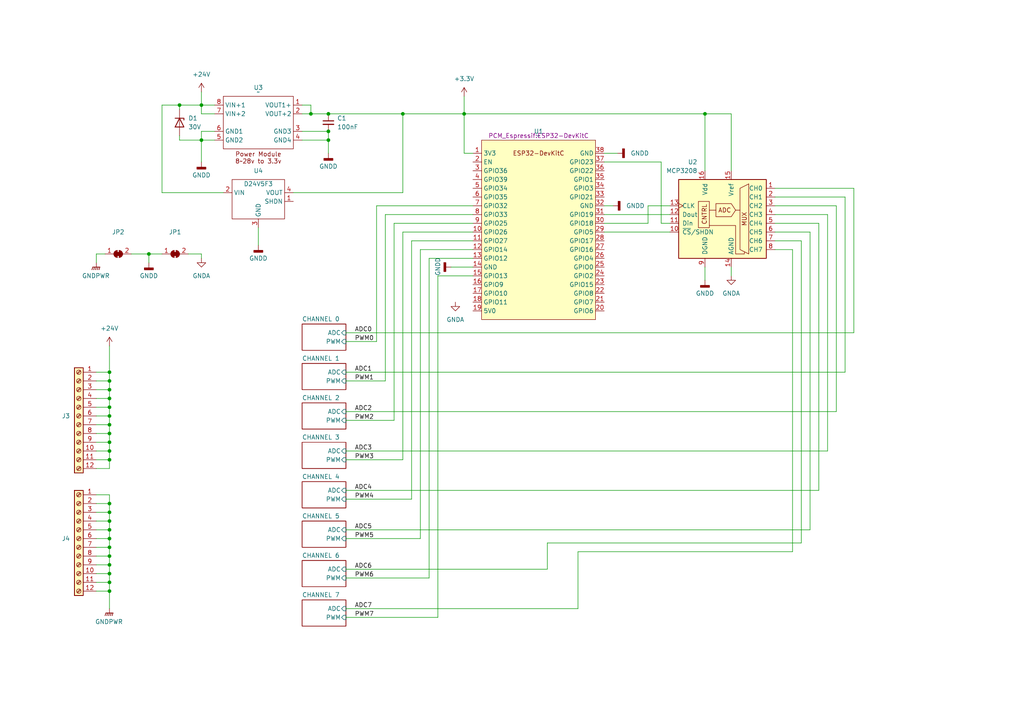
<source format=kicad_sch>
(kicad_sch (version 20230121) (generator eeschema)
  (paper "A4")
  (title_block (rev "1.0.0"))
  (lib_symbols
    (symbol "Analog_ADC:MCP3208" (pin_names (offset 1.016))
      (property "Reference" "U" (at -5.08 13.335 0))
      (property "Value" "MCP3208" (at -5.08 11.43 0))
      (symbol "MCP3208_0_0"
        (text "ADC" (at -0.635 1.27 0) (effects (font (size 1.27 1.27))))
        (text "CNTRL" (at 5.969 -2.921 900) (effects (font (size 1.27 1.27)) (justify left bottom)))
        (text "MUX" (at -6.35 -1.27 900) (effects (font (size 1.27 1.27))))
      )
      (symbol "MCP3208_0_1"
        (polyline (pts (xy -3.81 1.27) (xy -5.08 1.27)))
        (polyline (pts (xy 1.905 1.27) (xy 3.81 1.27)))
        (polyline (pts (xy -7.62 8.89) (xy -7.62 -11.43) (xy -5.08 -10.16) (xy -5.08 7.62) (xy -7.62 8.89)))
        (polyline (pts (xy 3.81 -3.175) (xy -3.81 -3.175) (xy -3.81 -11.43) (xy -6.35 -11.43) (xy -6.35 -10.795)))
        (polyline (pts (xy 1.905 3.175) (xy 1.905 -0.635) (xy -2.54 -0.635) (xy -3.81 1.27) (xy -2.54 3.175) (xy 1.905 3.175)))
        (rectangle (start 3.81 -3.81) (end 6.985 3.81))
        (rectangle (start 12.7 -12.7) (end -12.7 10.16) (stroke (width 0.254)) (fill (type background)))
      )
      (symbol "MCP3208_1_1"
        (pin input line (at -15.24 7.62 0) (length 2.54) (name "CH0") (number "1"))
        (pin input line (at 15.24 -5.08 180) (length 2.54) (name "~{CS}/SHDN") (number "10"))
        (pin input line (at 15.24 -2.54 180) (length 2.54) (name "Din") (number "11"))
        (pin output line (at 15.24 0 180) (length 2.54) (name "Dout") (number "12"))
        (pin input clock (at 15.24 2.54 180) (length 2.54) (name "CLK") (number "13"))
        (pin power_in line (at -2.54 -15.24 90) (length 2.54) (name "AGND") (number "14"))
        (pin power_in line (at -2.54 12.7 270) (length 2.54) (name "Vref") (number "15"))
        (pin power_in line (at 5.08 12.7 270) (length 2.54) (name "Vdd") (number "16"))
        (pin input line (at -15.24 5.08 0) (length 2.54) (name "CH1") (number "2"))
        (pin input line (at -15.24 2.54 0) (length 2.54) (name "CH2") (number "3"))
        (pin input line (at -15.24 0 0) (length 2.54) (name "CH3") (number "4"))
        (pin input line (at -15.24 -2.54 0) (length 2.54) (name "CH4") (number "5"))
        (pin input line (at -15.24 -5.08 0) (length 2.54) (name "CH5") (number "6"))
        (pin input line (at -15.24 -7.62 0) (length 2.54) (name "CH6") (number "7"))
        (pin input line (at -15.24 -10.16 0) (length 2.54) (name "CH7") (number "8"))
        (pin power_in line (at 5.08 -15.24 90) (length 2.54) (name "DGND") (number "9"))
      )
    )
    (symbol "Connector:Screw_Terminal_01x12" (pin_names (offset 1.016) hide)
      (property "Reference" "J" (at 0 15.24 0))
      (property "Value" "Screw_Terminal_01x12" (at 0 -17.78 0))
      (symbol "Screw_Terminal_01x12_1_1"
        (rectangle (start -1.27 13.97) (end 1.27 -16.51) (stroke (width 0.254)) (fill (type background)))
        (circle (center 0 -15.24) (radius 0.635) (stroke (width 0.1524)))
        (circle (center 0 -12.7) (radius 0.635) (stroke (width 0.1524)))
        (circle (center 0 -10.16) (radius 0.635) (stroke (width 0.1524)))
        (circle (center 0 -7.62) (radius 0.635) (stroke (width 0.1524)))
        (circle (center 0 -5.08) (radius 0.635) (stroke (width 0.1524)))
        (circle (center 0 -2.54) (radius 0.635) (stroke (width 0.1524)))
        (polyline (pts (xy -0.5334 -14.9098) (xy 0.3302 -15.748)) (stroke (width 0.1524)))
        (polyline (pts (xy -0.5334 -12.3698) (xy 0.3302 -13.208)) (stroke (width 0.1524)))
        (polyline (pts (xy -0.5334 -9.8298) (xy 0.3302 -10.668)) (stroke (width 0.1524)))
        (polyline (pts (xy -0.5334 -7.2898) (xy 0.3302 -8.128)) (stroke (width 0.1524)))
        (polyline (pts (xy -0.5334 -4.7498) (xy 0.3302 -5.588)) (stroke (width 0.1524)))
        (polyline (pts (xy -0.5334 -2.2098) (xy 0.3302 -3.048)) (stroke (width 0.1524)))
        (polyline (pts (xy -0.5334 0.3302) (xy 0.3302 -0.508)) (stroke (width 0.1524)))
        (polyline (pts (xy -0.5334 2.8702) (xy 0.3302 2.032)) (stroke (width 0.1524)))
        (polyline (pts (xy -0.5334 5.4102) (xy 0.3302 4.572)) (stroke (width 0.1524)))
        (polyline (pts (xy -0.5334 7.9502) (xy 0.3302 7.112)) (stroke (width 0.1524)))
        (polyline (pts (xy -0.5334 10.4902) (xy 0.3302 9.652)) (stroke (width 0.1524)))
        (polyline (pts (xy -0.5334 13.0302) (xy 0.3302 12.192)) (stroke (width 0.1524)))
        (polyline (pts (xy -0.3556 -14.732) (xy 0.508 -15.5702)) (stroke (width 0.1524)))
        (polyline (pts (xy -0.3556 -12.192) (xy 0.508 -13.0302)) (stroke (width 0.1524)))
        (polyline (pts (xy -0.3556 -9.652) (xy 0.508 -10.4902)) (stroke (width 0.1524)))
        (polyline (pts (xy -0.3556 -7.112) (xy 0.508 -7.9502)) (stroke (width 0.1524)))
        (polyline (pts (xy -0.3556 -4.572) (xy 0.508 -5.4102)) (stroke (width 0.1524)))
        (polyline (pts (xy -0.3556 -2.032) (xy 0.508 -2.8702)) (stroke (width 0.1524)))
        (polyline (pts (xy -0.3556 0.508) (xy 0.508 -0.3302)) (stroke (width 0.1524)))
        (polyline (pts (xy -0.3556 3.048) (xy 0.508 2.2098)) (stroke (width 0.1524)))
        (polyline (pts (xy -0.3556 5.588) (xy 0.508 4.7498)) (stroke (width 0.1524)))
        (polyline (pts (xy -0.3556 8.128) (xy 0.508 7.2898)) (stroke (width 0.1524)))
        (polyline (pts (xy -0.3556 10.668) (xy 0.508 9.8298)) (stroke (width 0.1524)))
        (polyline (pts (xy -0.3556 13.208) (xy 0.508 12.3698)) (stroke (width 0.1524)))
        (circle (center 0 0) (radius 0.635) (stroke (width 0.1524)))
        (circle (center 0 2.54) (radius 0.635) (stroke (width 0.1524)))
        (circle (center 0 5.08) (radius 0.635) (stroke (width 0.1524)))
        (circle (center 0 7.62) (radius 0.635) (stroke (width 0.1524)))
        (circle (center 0 10.16) (radius 0.635) (stroke (width 0.1524)))
        (circle (center 0 12.7) (radius 0.635) (stroke (width 0.1524)))
        (pin passive line (at -5.08 12.7 0) (length 3.81) (name "Pin_1") (number "1"))
        (pin passive line (at -5.08 -10.16 0) (length 3.81) (name "Pin_10") (number "10"))
        (pin passive line (at -5.08 -12.7 0) (length 3.81) (name "Pin_11") (number "11"))
        (pin passive line (at -5.08 -15.24 0) (length 3.81) (name "Pin_12") (number "12"))
        (pin passive line (at -5.08 10.16 0) (length 3.81) (name "Pin_2") (number "2"))
        (pin passive line (at -5.08 7.62 0) (length 3.81) (name "Pin_3") (number "3"))
        (pin passive line (at -5.08 5.08 0) (length 3.81) (name "Pin_4") (number "4"))
        (pin passive line (at -5.08 2.54 0) (length 3.81) (name "Pin_5") (number "5"))
        (pin passive line (at -5.08 0 0) (length 3.81) (name "Pin_6") (number "6"))
        (pin passive line (at -5.08 -2.54 0) (length 3.81) (name "Pin_7") (number "7"))
        (pin passive line (at -5.08 -5.08 0) (length 3.81) (name "Pin_8") (number "8"))
        (pin passive line (at -5.08 -7.62 0) (length 3.81) (name "Pin_9") (number "9"))
      )
    )
    (symbol "Device:C_Small" (pin_numbers hide) (pin_names (offset 0.254) hide)
      (property "Reference" "C" (at 0.254 1.778 0))
      (property "Value" "C_Small" (at 0.254 -2.032 0))
      (symbol "C_Small_0_1"
        (polyline (pts (xy -1.524 -0.508) (xy 1.524 -0.508)) (stroke (width 0.3302)))
        (polyline (pts (xy -1.524 0.508) (xy 1.524 0.508)) (stroke (width 0.3048)))
      )
      (symbol "C_Small_1_1"
        (pin passive line (at 0 2.54 270) (length 2.032) (name "~") (number "1"))
        (pin passive line (at 0 -2.54 90) (length 2.032) (name "~") (number "2"))
      )
    )
    (symbol "Diode:ZPDxx" (pin_numbers hide) (pin_names hide)
      (property "Reference" "D" (at 0 2.54 0))
      (property "Value" "ZPDxx" (at 0 -2.54 0))
      (symbol "ZPDxx_0_1"
        (polyline (pts (xy 1.27 0) (xy -1.27 0)))
        (polyline (pts (xy -1.27 -1.27) (xy -1.27 1.27) (xy -0.762 1.27)) (stroke (width 0.254)))
        (polyline (pts (xy 1.27 -1.27) (xy 1.27 1.27) (xy -1.27 0) (xy 1.27 -1.27)) (stroke (width 0.254)))
      )
      (symbol "ZPDxx_1_1"
        (pin passive line (at -3.81 0 0) (length 2.54) (name "K") (number "1"))
        (pin passive line (at 3.81 0 180) (length 2.54) (name "A") (number "2"))
      )
    )
    (symbol "Jumper:SolderJumper_2_Bridged" (pin_names (offset 0) hide)
      (property "Reference" "JP" (at 0 2.032 0))
      (property "Value" "SolderJumper_2_Bridged" (at 0 -2.54 0))
      (symbol "SolderJumper_2_Bridged_0_1"
        (rectangle (start -0.508 0.508) (end 0.508 -0.508) (fill (type outline)))
        (arc (start -0.254 1.016) (mid -1.2656 0) (end -0.254 -1.016))
        (arc (start -0.254 1.016) (mid -1.2656 0) (end -0.254 -1.016) (fill (type outline)))
        (polyline (pts (xy -0.254 1.016) (xy -0.254 -1.016)))
        (polyline (pts (xy 0.254 1.016) (xy 0.254 -1.016)))
        (arc (start 0.254 -1.016) (mid 1.2656 0) (end 0.254 1.016))
        (arc (start 0.254 -1.016) (mid 1.2656 0) (end 0.254 1.016) (fill (type outline)))
      )
      (symbol "SolderJumper_2_Bridged_1_1"
        (pin passive line (at -3.81 0 0) (length 2.54) (name "A") (number "1"))
        (pin passive line (at 3.81 0 180) (length 2.54) (name "B") (number "2"))
      )
    )
    (symbol "gnarboard:DF24V5Fx"
      (property "Reference" "U" (at 0 3.81 0))
      (symbol "DF24V5Fx_0_1"
        (rectangle (start -7.62 5.08) (end 7.62 -6.35))
      )
      (symbol "DF24V5Fx_1_1"
        (pin power_out line (at 10.16 -1.27 180) (length 2.54) (name "SHDN") (number "1"))
        (pin power_in line (at -10.16 1.27 0) (length 2.54) (name "VIN") (number "2"))
        (pin power_in line (at 0 -8.89 90) (length 2.54) (name "GND") (number "3"))
        (pin power_out line (at 10.16 1.27 180) (length 2.54) (name "VOUT") (number "4"))
      )
    )
    (symbol "gnarboard:DFR0571"
      (property "Reference" "U" (at 0 12.7 0))
      (symbol "DFR0571_0_1"
        (rectangle (start -10.16 7.62) (end 10.16 -7.62))
      )
      (symbol "DFR0571_1_1"
        (text "Power Module\n8~28v to 3.3v" (at 0 -10.16 0) (effects (font (size 1.27 1.27))))
        (pin power_out line (at 12.7 5.08 180) (length 2.54) (name "VOUT1+") (number "1"))
        (pin power_out line (at 12.7 2.54 180) (length 2.54) (name "VOUT+2") (number "2"))
        (pin power_out line (at 12.7 -2.54 180) (length 2.54) (name "GND3") (number "3"))
        (pin power_out line (at 12.7 -5.08 180) (length 2.54) (name "GND4") (number "4"))
        (pin power_in line (at -12.7 -5.08 0) (length 2.54) (name "GND2") (number "5"))
        (pin power_in line (at -12.7 -2.54 0) (length 2.54) (name "GND1") (number "6"))
        (pin power_in line (at -12.7 2.54 0) (length 2.54) (name "VIN+2") (number "7"))
        (pin power_in line (at -12.7 5.08 0) (length 2.54) (name "VIN+1") (number "8"))
      )
    )
    (symbol "gnarboard:ESP32_DevKit_C"
      (property "Reference" "U" (at 0 29.21 0))
      (symbol "ESP32_DevKit_C_1_1"
        (rectangle (start -16.51 25.4) (end 16.51 -26.67) (fill (type background)))
        (text "ESP32-DevKitC" (at 0 21.59 0) (effects (font (size 1.27 1.27))))
        (pin input line (at -19.05 21.59 0) (length 2.54) (name "3V3") (number "1"))
        (pin input line (at -19.05 -1.27 0) (length 2.54) (name "GPIO26") (number "10"))
        (pin input line (at -19.05 -3.81 0) (length 2.54) (name "GPIO27") (number "11"))
        (pin input line (at -19.05 -6.35 0) (length 2.54) (name "GPIO14") (number "12"))
        (pin input line (at -19.05 -8.89 0) (length 2.54) (name "GPIO12") (number "13"))
        (pin input line (at -19.05 -11.43 0) (length 2.54) (name "GND") (number "14"))
        (pin input line (at -19.05 -13.97 0) (length 2.54) (name "GPIO13") (number "15"))
        (pin input line (at -19.05 -16.51 0) (length 2.54) (name "GPIO9") (number "16"))
        (pin input line (at -19.05 -19.05 0) (length 2.54) (name "GPIO10") (number "17"))
        (pin input line (at -19.05 -21.59 0) (length 2.54) (name "GPIO11") (number "18"))
        (pin input line (at -19.05 -24.13 0) (length 2.54) (name "5V0") (number "19"))
        (pin input line (at -19.05 19.05 0) (length 2.54) (name "EN") (number "2"))
        (pin input line (at 19.05 -24.13 180) (length 2.54) (name "GPIO6") (number "20"))
        (pin input line (at 19.05 -21.59 180) (length 2.54) (name "GPIO7") (number "21"))
        (pin input line (at 19.05 -19.05 180) (length 2.54) (name "GPIO8") (number "22"))
        (pin input line (at 19.05 -16.51 180) (length 2.54) (name "GPIO15") (number "23"))
        (pin input line (at 19.05 -13.97 180) (length 2.54) (name "GPIO2") (number "24"))
        (pin input line (at 19.05 -11.43 180) (length 2.54) (name "GPIO0") (number "25"))
        (pin input line (at 19.05 -8.89 180) (length 2.54) (name "GPIO4") (number "26"))
        (pin input line (at 19.05 -6.35 180) (length 2.54) (name "GPIO16") (number "27"))
        (pin input line (at 19.05 -3.81 180) (length 2.54) (name "GPIO17") (number "28"))
        (pin input line (at 19.05 -1.27 180) (length 2.54) (name "GPIO5") (number "29"))
        (pin input line (at -19.05 16.51 0) (length 2.54) (name "GPIO36") (number "3"))
        (pin input line (at 19.05 1.27 180) (length 2.54) (name "GPIO18") (number "30"))
        (pin input line (at 19.05 3.81 180) (length 2.54) (name "GPIO19") (number "31"))
        (pin input line (at 19.05 6.35 180) (length 2.54) (name "GND") (number "32"))
        (pin input line (at 19.05 8.89 180) (length 2.54) (name "GPIO21") (number "33"))
        (pin input line (at 19.05 11.43 180) (length 2.54) (name "GPIO3") (number "34"))
        (pin input line (at 19.05 13.97 180) (length 2.54) (name "GPIO1") (number "35"))
        (pin input line (at 19.05 16.51 180) (length 2.54) (name "GPIO22") (number "36"))
        (pin input line (at 19.05 19.05 180) (length 2.54) (name "GPIO23") (number "37"))
        (pin input line (at 19.05 21.59 180) (length 2.54) (name "GND") (number "38"))
        (pin input line (at -19.05 13.97 0) (length 2.54) (name "GPIO39") (number "4"))
        (pin input line (at -19.05 11.43 0) (length 2.54) (name "GPIO34") (number "5"))
        (pin input line (at -19.05 8.89 0) (length 2.54) (name "GPIO35") (number "6"))
        (pin input line (at -19.05 6.35 0) (length 2.54) (name "GPIO32") (number "7"))
        (pin input line (at -19.05 3.81 0) (length 2.54) (name "GPIO33") (number "8"))
        (pin input line (at -19.05 1.27 0) (length 2.54) (name "GPIO25") (number "9"))
      )
    )
    (symbol "power:+24V" (power) (pin_names (offset 0))
      (property "Value" "+24V" (at 0 3.556 0))
      (symbol "+24V_0_1"
        (polyline (pts (xy -0.762 1.27) (xy 0 2.54)))
        (polyline (pts (xy 0 0) (xy 0 2.54)))
        (polyline (pts (xy 0 2.54) (xy 0.762 1.27)))
      )
      (symbol "+24V_1_1"
        (pin power_in line (at 0 0 90) (length 0) hide (name "+24V") (number "1"))
      )
    )
    (symbol "power:+3.3V" (power) (pin_names (offset 0))
      (property "Value" "+3.3V" (at 0 3.556 0))
      (symbol "+3.3V_0_1"
        (polyline (pts (xy -0.762 1.27) (xy 0 2.54)))
        (polyline (pts (xy 0 0) (xy 0 2.54)))
        (polyline (pts (xy 0 2.54) (xy 0.762 1.27)))
      )
      (symbol "+3.3V_1_1"
        (pin power_in line (at 0 0 90) (length 0) hide (name "+3.3V") (number "1"))
      )
    )
    (symbol "power:GNDA" (power) (pin_names (offset 0))
      (property "Value" "GNDA" (at 0 -3.81 0))
      (symbol "GNDA_0_1"
        (polyline (pts (xy 0 0) (xy 0 -1.27) (xy 1.27 -1.27) (xy 0 -2.54) (xy -1.27 -1.27) (xy 0 -1.27)))
      )
      (symbol "GNDA_1_1"
        (pin power_in line (at 0 0 270) (length 0) hide (name "GNDA") (number "1"))
      )
    )
    (symbol "power:GNDD" (power) (pin_names (offset 0))
      (property "Value" "GNDD" (at 0 -3.175 0))
      (symbol "GNDD_0_1"
        (rectangle (start -1.27 -1.524) (end 1.27 -2.032) (stroke (width 0.254)) (fill (type outline)))
        (polyline (pts (xy 0 0) (xy 0 -1.524)))
      )
      (symbol "GNDD_1_1"
        (pin power_in line (at 0 0 270) (length 0) hide (name "GNDD") (number "1"))
      )
    )
    (symbol "power:GNDPWR" (power) (pin_names (offset 0))
      (property "Value" "GNDPWR" (at 0 -3.302 0))
      (symbol "GNDPWR_0_1"
        (polyline (pts (xy 0 -1.27) (xy 0 0)))
        (polyline (pts (xy -1.016 -1.27) (xy -1.27 -2.032) (xy -1.27 -2.032)) (stroke (width 0.2032)))
        (polyline (pts (xy -0.508 -1.27) (xy -0.762 -2.032) (xy -0.762 -2.032)) (stroke (width 0.2032)))
        (polyline (pts (xy 0 -1.27) (xy -0.254 -2.032) (xy -0.254 -2.032)) (stroke (width 0.2032)))
        (polyline (pts (xy 0.508 -1.27) (xy 0.254 -2.032) (xy 0.254 -2.032)) (stroke (width 0.2032)))
        (polyline (pts (xy 1.016 -1.27) (xy -1.016 -1.27) (xy -1.016 -1.27)) (stroke (width 0.2032)))
        (polyline (pts (xy 1.016 -1.27) (xy 0.762 -2.032) (xy 0.762 -2.032) (xy 0.762 -2.032)) (stroke (width 0.2032)))
      )
      (symbol "GNDPWR_1_1"
        (pin power_in line (at 0 0 270) (length 0) hide (name "GNDPWR") (number "1"))
      )
    )
  )
  (junction (at 90.17 33.02))
  (junction (at 31.75 151.13))
  (junction (at 31.75 125.73))
  (junction (at 31.75 113.03))
  (junction (at 31.75 146.05))
  (junction (at 134.62 33.02))
  (junction (at 31.75 115.57))
  (junction (at 31.75 171.45))
  (junction (at 31.75 156.21))
  (junction (at 52.07 30.48))
  (junction (at 95.25 33.02))
  (junction (at 31.75 153.67))
  (junction (at 31.75 128.27))
  (junction (at 58.42 40.64))
  (junction (at 31.75 123.19))
  (junction (at 95.25 38.1))
  (junction (at 31.75 118.11))
  (junction (at 43.18 73.66))
  (junction (at 95.25 40.64))
  (junction (at 31.75 107.95))
  (junction (at 31.75 133.35))
  (junction (at 116.84 33.02))
  (junction (at 31.75 168.91))
  (junction (at 58.42 30.48))
  (junction (at 31.75 110.49))
  (junction (at 31.75 163.83))
  (junction (at 31.75 158.75))
  (junction (at 31.75 161.29))
  (junction (at 31.75 120.65))
  (junction (at 204.47 33.02))
  (junction (at 31.75 130.81))
  (junction (at 31.75 166.37))
  (junction (at 31.75 148.59))
  (wire (pts (xy 52.07 30.48) (xy 52.07 31.75)))
  (wire (pts (xy 175.26 67.31) (xy 194.31 67.31)))
  (wire (pts (xy 204.47 77.47) (xy 204.47 81.28)))
  (wire (pts (xy 119.38 69.85) (xy 137.16 69.85)))
  (wire (pts (xy 27.94 115.57) (xy 31.75 115.57)))
  (wire (pts (xy 58.42 26.67) (xy 58.42 30.48)))
  (wire (pts (xy 27.94 118.11) (xy 31.75 118.11)))
  (wire (pts (xy 224.79 72.39) (xy 229.87 72.39)))
  (wire (pts (xy 234.95 67.31) (xy 234.95 153.67)))
  (wire (pts (xy 27.94 146.05) (xy 31.75 146.05)))
  (wire (pts (xy 31.75 123.19) (xy 31.75 125.73)))
  (wire (pts (xy 158.75 157.48) (xy 232.41 157.48)))
  (wire (pts (xy 237.49 142.24) (xy 237.49 64.77)))
  (wire (pts (xy 242.57 119.38) (xy 242.57 59.69)))
  (wire (pts (xy 58.42 30.48) (xy 52.07 30.48)))
  (wire (pts (xy 95.25 40.64) (xy 95.25 44.45)))
  (wire (pts (xy 191.77 46.99) (xy 191.77 64.77)))
  (wire (pts (xy 224.79 69.85) (xy 232.41 69.85)))
  (wire (pts (xy 121.92 72.39) (xy 121.92 156.21)))
  (wire (pts (xy 229.87 160.02) (xy 167.64 160.02)))
  (wire (pts (xy 175.26 59.69) (xy 177.8 59.69)))
  (wire (pts (xy 158.75 165.1) (xy 158.75 157.48)))
  (wire (pts (xy 31.75 171.45) (xy 31.75 176.53)))
  (wire (pts (xy 31.75 161.29) (xy 31.75 158.75)))
  (wire (pts (xy 58.42 40.64) (xy 58.42 46.99)))
  (wire (pts (xy 240.03 130.81) (xy 100.33 130.81)))
  (wire (pts (xy 167.64 160.02) (xy 167.64 176.53)))
  (wire (pts (xy 127 179.07) (xy 100.33 179.07)))
  (wire (pts (xy 27.94 133.35) (xy 31.75 133.35)))
  (wire (pts (xy 31.75 161.29) (xy 31.75 163.83)))
  (wire (pts (xy 31.75 135.89) (xy 27.94 135.89)))
  (wire (pts (xy 62.23 38.1) (xy 58.42 38.1)))
  (wire (pts (xy 100.33 119.38) (xy 242.57 119.38)))
  (wire (pts (xy 229.87 72.39) (xy 229.87 160.02)))
  (wire (pts (xy 58.42 73.66) (xy 54.61 73.66)))
  (wire (pts (xy 27.94 156.21) (xy 31.75 156.21)))
  (wire (pts (xy 175.26 64.77) (xy 187.96 64.77)))
  (wire (pts (xy 119.38 144.78) (xy 100.33 144.78)))
  (wire (pts (xy 111.76 62.23) (xy 137.16 62.23)))
  (wire (pts (xy 167.64 176.53) (xy 100.33 176.53)))
  (wire (pts (xy 124.46 74.93) (xy 137.16 74.93)))
  (wire (pts (xy 31.75 166.37) (xy 31.75 168.91)))
  (wire (pts (xy 187.96 64.77) (xy 187.96 59.69)))
  (wire (pts (xy 90.17 33.02) (xy 95.25 33.02)))
  (wire (pts (xy 87.63 33.02) (xy 90.17 33.02)))
  (wire (pts (xy 175.26 44.45) (xy 179.07 44.45)))
  (wire (pts (xy 27.94 163.83) (xy 31.75 163.83)))
  (wire (pts (xy 31.75 110.49) (xy 31.75 113.03)))
  (wire (pts (xy 27.94 123.19) (xy 31.75 123.19)))
  (wire (pts (xy 27.94 130.81) (xy 31.75 130.81)))
  (wire (pts (xy 27.94 151.13) (xy 31.75 151.13)))
  (wire (pts (xy 31.75 133.35) (xy 31.75 135.89)))
  (wire (pts (xy 245.11 107.95) (xy 100.33 107.95)))
  (wire (pts (xy 100.33 142.24) (xy 237.49 142.24)))
  (wire (pts (xy 31.75 130.81) (xy 31.75 133.35)))
  (wire (pts (xy 116.84 133.35) (xy 100.33 133.35)))
  (wire (pts (xy 212.09 33.02) (xy 204.47 33.02)))
  (wire (pts (xy 224.79 64.77) (xy 237.49 64.77)))
  (wire (pts (xy 114.3 64.77) (xy 137.16 64.77)))
  (wire (pts (xy 204.47 49.53) (xy 204.47 33.02)))
  (wire (pts (xy 64.77 55.88) (xy 46.99 55.88)))
  (wire (pts (xy 38.1 73.66) (xy 43.18 73.66)))
  (wire (pts (xy 109.22 59.69) (xy 137.16 59.69)))
  (wire (pts (xy 62.23 40.64) (xy 58.42 40.64)))
  (wire (pts (xy 212.09 49.53) (xy 212.09 33.02)))
  (wire (pts (xy 175.26 62.23) (xy 194.31 62.23)))
  (wire (pts (xy 46.99 73.66) (xy 43.18 73.66)))
  (wire (pts (xy 134.62 44.45) (xy 137.16 44.45)))
  (wire (pts (xy 31.75 113.03) (xy 31.75 115.57)))
  (wire (pts (xy 30.48 73.66) (xy 27.94 73.66)))
  (wire (pts (xy 175.26 46.99) (xy 191.77 46.99)))
  (wire (pts (xy 31.75 153.67) (xy 31.75 151.13)))
  (wire (pts (xy 127 80.01) (xy 137.16 80.01)))
  (wire (pts (xy 234.95 153.67) (xy 100.33 153.67)))
  (wire (pts (xy 100.33 96.52) (xy 247.65 96.52)))
  (wire (pts (xy 58.42 74.93) (xy 58.42 73.66)))
  (wire (pts (xy 27.94 166.37) (xy 31.75 166.37)))
  (wire (pts (xy 130.81 77.47) (xy 137.16 77.47)))
  (wire (pts (xy 31.75 156.21) (xy 31.75 153.67)))
  (wire (pts (xy 100.33 165.1) (xy 158.75 165.1)))
  (wire (pts (xy 95.25 38.1) (xy 95.25 40.64)))
  (wire (pts (xy 31.75 143.51) (xy 27.94 143.51)))
  (wire (pts (xy 27.94 171.45) (xy 31.75 171.45)))
  (wire (pts (xy 62.23 30.48) (xy 58.42 30.48)))
  (wire (pts (xy 58.42 40.64) (xy 52.07 40.64)))
  (wire (pts (xy 114.3 121.92) (xy 100.33 121.92)))
  (wire (pts (xy 27.94 158.75) (xy 31.75 158.75)))
  (wire (pts (xy 116.84 33.02) (xy 134.62 33.02)))
  (wire (pts (xy 127 80.01) (xy 127 179.07)))
  (wire (pts (xy 245.11 57.15) (xy 245.11 107.95)))
  (wire (pts (xy 31.75 120.65) (xy 31.75 123.19)))
  (wire (pts (xy 46.99 30.48) (xy 52.07 30.48)))
  (wire (pts (xy 87.63 40.64) (xy 95.25 40.64)))
  (wire (pts (xy 232.41 157.48) (xy 232.41 69.85)))
  (wire (pts (xy 58.42 33.02) (xy 58.42 30.48)))
  (wire (pts (xy 204.47 33.02) (xy 134.62 33.02)))
  (wire (pts (xy 85.09 55.88) (xy 116.84 55.88)))
  (wire (pts (xy 27.94 168.91) (xy 31.75 168.91)))
  (wire (pts (xy 116.84 67.31) (xy 116.84 133.35)))
  (wire (pts (xy 224.79 67.31) (xy 234.95 67.31)))
  (wire (pts (xy 52.07 40.64) (xy 52.07 39.37)))
  (wire (pts (xy 212.09 77.47) (xy 212.09 80.01)))
  (wire (pts (xy 27.94 73.66) (xy 27.94 76.2)))
  (wire (pts (xy 31.75 107.95) (xy 31.75 110.49)))
  (wire (pts (xy 121.92 72.39) (xy 137.16 72.39)))
  (wire (pts (xy 27.94 113.03) (xy 31.75 113.03)))
  (wire (pts (xy 31.75 148.59) (xy 31.75 146.05)))
  (wire (pts (xy 27.94 161.29) (xy 31.75 161.29)))
  (wire (pts (xy 111.76 62.23) (xy 111.76 110.49)))
  (wire (pts (xy 87.63 38.1) (xy 95.25 38.1)))
  (wire (pts (xy 134.62 44.45) (xy 134.62 33.02)))
  (wire (pts (xy 114.3 64.77) (xy 114.3 121.92)))
  (wire (pts (xy 224.79 62.23) (xy 240.03 62.23)))
  (wire (pts (xy 119.38 69.85) (xy 119.38 144.78)))
  (wire (pts (xy 27.94 107.95) (xy 31.75 107.95)))
  (wire (pts (xy 31.75 100.33) (xy 31.75 107.95)))
  (wire (pts (xy 31.75 146.05) (xy 31.75 143.51)))
  (wire (pts (xy 27.94 148.59) (xy 31.75 148.59)))
  (wire (pts (xy 191.77 64.77) (xy 194.31 64.77)))
  (wire (pts (xy 27.94 120.65) (xy 31.75 120.65)))
  (wire (pts (xy 109.22 59.69) (xy 109.22 99.06)))
  (wire (pts (xy 27.94 125.73) (xy 31.75 125.73)))
  (wire (pts (xy 124.46 167.64) (xy 100.33 167.64)))
  (wire (pts (xy 187.96 59.69) (xy 194.31 59.69)))
  (wire (pts (xy 31.75 163.83) (xy 31.75 166.37)))
  (wire (pts (xy 62.23 33.02) (xy 58.42 33.02)))
  (wire (pts (xy 124.46 74.93) (xy 124.46 167.64)))
  (wire (pts (xy 74.93 66.04) (xy 74.93 71.12)))
  (wire (pts (xy 95.25 33.02) (xy 116.84 33.02)))
  (wire (pts (xy 224.79 57.15) (xy 245.11 57.15)))
  (wire (pts (xy 100.33 110.49) (xy 111.76 110.49)))
  (wire (pts (xy 31.75 115.57) (xy 31.75 118.11)))
  (wire (pts (xy 121.92 156.21) (xy 100.33 156.21)))
  (wire (pts (xy 27.94 110.49) (xy 31.75 110.49)))
  (wire (pts (xy 247.65 96.52) (xy 247.65 54.61)))
  (wire (pts (xy 116.84 67.31) (xy 137.16 67.31)))
  (wire (pts (xy 58.42 38.1) (xy 58.42 40.64)))
  (wire (pts (xy 31.75 125.73) (xy 31.75 128.27)))
  (wire (pts (xy 90.17 30.48) (xy 90.17 33.02)))
  (wire (pts (xy 31.75 151.13) (xy 31.75 148.59)))
  (wire (pts (xy 224.79 59.69) (xy 242.57 59.69)))
  (wire (pts (xy 134.62 27.94) (xy 134.62 33.02)))
  (wire (pts (xy 31.75 158.75) (xy 31.75 156.21)))
  (wire (pts (xy 109.22 99.06) (xy 100.33 99.06)))
  (wire (pts (xy 43.18 73.66) (xy 43.18 76.2)))
  (wire (pts (xy 87.63 30.48) (xy 90.17 30.48)))
  (wire (pts (xy 240.03 62.23) (xy 240.03 130.81)))
  (wire (pts (xy 31.75 128.27) (xy 31.75 130.81)))
  (wire (pts (xy 27.94 128.27) (xy 31.75 128.27)))
  (wire (pts (xy 46.99 55.88) (xy 46.99 30.48)))
  (wire (pts (xy 224.79 54.61) (xy 247.65 54.61)))
  (wire (pts (xy 27.94 153.67) (xy 31.75 153.67)))
  (wire (pts (xy 116.84 55.88) (xy 116.84 33.02)))
  (wire (pts (xy 31.75 168.91) (xy 31.75 171.45)))
  (wire (pts (xy 31.75 118.11) (xy 31.75 120.65)))
  (label "PWM0" (at 102.87 99.06 0))
  (label "PWM7" (at 102.87 179.07 0))
  (label "PWM4" (at 102.87 144.78 0))
  (label "PWM1" (at 102.87 110.49 0))
  (label "PWM3" (at 102.87 133.35 0))
  (label "PWM6" (at 102.87 167.64 0))
  (label "ADC3" (at 102.87 130.81 0))
  (label "ADC2" (at 102.87 119.38 0))
  (label "ADC0" (at 102.87 96.52 0))
  (label "PWM5" (at 102.87 156.21 0))
  (label "ADC6" (at 102.87 165.1 0))
  (label "ADC4" (at 102.87 142.24 0))
  (label "PWM2" (at 102.87 121.92 0))
  (label "ADC1" (at 102.87 107.95 0))
  (label "ADC5" (at 102.87 153.67 0))
  (label "ADC7" (at 102.87 176.53 0))
  (symbol (lib_id "power:GNDD") (at 204.47 81.28 0) (unit 1)
    (property "Reference" "#PWR06" (effects hide))
    (property "Value" "GNDD" (at 204.47 85.09 0))
  )
  (symbol (lib_id "power:GNDA") (at 132.08 87.63 0) (unit 1)
    (property "Reference" "#PWR054" (effects hide))
    (property "Value" "GNDA" (at 132.08 92.71 0))
  )
  (symbol (lib_id "power:GNDD") (at 177.8 59.69 90) (unit 1)
    (property "Reference" "#PWR05" (effects hide))
    (property "Value" "GNDD" (at 181.61 59.69 90) (effects (justify right)))
  )
  (symbol (lib_id "Jumper:SolderJumper_2_Bridged") (at 34.29 73.66 0) (unit 1)
    (property "Reference" "JP2" (at 34.29 67.31 0))
    (property "Value" "SolderJumper_2_Bridged" (effects hide))
    (property "Footprint" "Jumper:SolderJumper-2_P1.3mm_Bridged_RoundedPad1.0x1.5mm" (effects hide))
  )
  (symbol (lib_id "Device:C_Small") (at 95.25 35.56 0) (unit 1)
    (property "Reference" "C1" (at 97.79 34.2963 0) (effects (justify left)))
    (property "Value" "100nF" (at 97.79 36.8363 0) (effects (justify left)))
    (property "Footprint" "Capacitor_SMD:C_0805_2012Metric_Pad1.18x1.45mm_HandSolder" (effects hide))
  )
  (symbol (lib_id "Analog_ADC:MCP3208") (at 209.55 62.23 0) (mirror y) (unit 1)
    (property "Reference" "U2" (at 202.2759 46.99 0) (effects (justify left)))
    (property "Value" "MCP3208" (at 202.2759 49.53 0) (effects (justify left)))
    (property "Footprint" "Package_SO:SOIC-16_3.9x9.9mm_P1.27mm" (effects hide))
    (property "Datasheet" "http://ww1.microchip.com/downloads/en/DeviceDoc/21298c.pdf" (effects hide))
  )
  (symbol (lib_id "power:GNDPWR") (at 27.94 76.2 0) (unit 1)
    (property "Reference" "#PWR056" (effects hide))
    (property "Value" "GNDPWR" (at 27.813 80.01 0))
  )
  (symbol (lib_id "power:+24V") (at 31.75 100.33 0) (unit 1)
    (property "Reference" "#PWR017" (effects hide))
    (property "Value" "+24V" (at 31.75 95.25 0))
  )
  (symbol (lib_id "power:GNDPWR") (at 31.75 176.53 0) (unit 1)
    (property "Reference" "#PWR016" (effects hide))
    (property "Value" "GNDPWR" (at 31.623 180.34 0))
  )
  (symbol (lib_id "power:GNDA") (at 212.09 80.01 0) (unit 1)
    (property "Reference" "#PWR07" (effects hide))
    (property "Value" "GNDA" (at 212.09 85.09 0))
  )
  (symbol (lib_id "power:GNDD") (at 74.93 71.12 0) (unit 1)
    (property "Reference" "#PWR010" (effects hide))
    (property "Value" "GNDD" (at 74.93 74.93 0))
  )
  (symbol (lib_id "Diode:ZPDxx") (at 52.07 35.56 270) (unit 1)
    (property "Reference" "D1" (at 54.61 34.29 90) (effects (justify left)))
    (property "Value" "30V" (at 54.61 36.83 90) (effects (justify left)))
    (property "Footprint" "Diode_SMD:D_SOD-123" (effects hide))
    (property "Datasheet" "http://diotec.com/tl_files/diotec/files/pdf/datasheets/zpd1" (effects hide))
  )
  (symbol (lib_id "power:+24V") (at 58.42 26.67 0) (unit 1)
    (property "Reference" "#PWR011" (effects hide))
    (property "Value" "+24V" (at 58.42 21.59 0))
  )
  (symbol (lib_id "Connector:Screw_Terminal_01x12") (at 22.86 120.65 0) (mirror y) (unit 1)
    (property "Reference" "J3" (at 20.32 120.65 0) (effects (justify left)))
    (property "Value" "Screw_Terminal_01x12" (effects hide))
    (property "Footprint" "gnarboard:BSS 2301" (effects hide))
  )
  (symbol (lib_id "Jumper:SolderJumper_2_Bridged") (at 50.8 73.66 0) (unit 1)
    (property "Reference" "JP1" (at 50.8 67.31 0))
    (property "Value" "SolderJumper_2_Bridged" (effects hide))
    (property "Footprint" "Jumper:SolderJumper-2_P1.3mm_Bridged_RoundedPad1.0x1.5mm" (effects hide))
  )
  (symbol (lib_id "gnarboard:DFR0571") (at 74.93 35.56 0) (unit 1)
    (property "Reference" "U3" (at 74.93 25.4 0))
    (property "Value" "~" (at 74.93 26.67 0))
    (property "Footprint" "gnarboard:DF1768" (effects hide))
  )
  (symbol (lib_id "Connector:Screw_Terminal_01x12") (at 22.86 156.21 0) (mirror y) (unit 1)
    (property "Reference" "J4" (at 20.32 156.21 0) (effects (justify left)))
    (property "Value" "Screw_Terminal_01x12" (effects hide))
    (property "Footprint" "gnarboard:BSS 2301" (effects hide))
  )
  (symbol (lib_id "power:GNDA") (at 58.42 74.93 0) (unit 1)
    (property "Reference" "#PWR055" (effects hide))
    (property "Value" "GNDA" (at 58.42 80.01 0))
  )
  (symbol (lib_id "power:+3.3V") (at 134.62 27.94 0) (unit 1)
    (property "Reference" "#PWR02" (effects hide))
    (property "Value" "+3.3V" (at 134.62 22.86 0))
  )
  (symbol (lib_id "gnarboard:ESP32_DevKit_C") (at 156.21 66.04 0) (unit 1)
    (property "Reference" "U1" (at 156.21 38.1 0))
    (property "Value" "~" (at 156.21 39.37 0))
    (property "Footprint" "PCM_Espressif:ESP32-DevKitC" (at 156.21 39.37 0))
  )
  (symbol (lib_id "power:GNDD") (at 179.07 44.45 90) (unit 1)
    (property "Reference" "#PWR03" (effects hide))
    (property "Value" "GNDD" (at 182.88 44.45 90) (effects (justify right)))
  )
  (symbol (lib_id "power:GNDD") (at 43.18 76.2 0) (unit 1)
    (property "Reference" "#PWR09" (effects hide))
    (property "Value" "GNDD" (at 43.18 80.01 0))
  )
  (symbol (lib_id "gnarboard:DF24V5Fx") (at 74.93 57.15 0) (unit 1)
    (property "Reference" "U4" (at 74.93 49.53 0))
    (property "Value" "D24V5F3" (at 74.93 53.34 0))
    (property "Footprint" "gnarboard:D24V5FX" (effects hide))
  )
  (symbol (lib_id "power:GNDD") (at 58.42 46.99 0) (unit 1)
    (property "Reference" "#PWR053" (effects hide))
    (property "Value" "GNDD" (at 58.42 50.8 0))
  )
  (symbol (lib_id "power:GNDD") (at 95.25 44.45 0) (unit 1)
    (property "Reference" "#PWR08" (effects hide))
    (property "Value" "GNDD" (at 95.25 48.26 0))
  )
  (symbol (lib_id "power:GNDD") (at 130.81 77.47 270) (unit 1)
    (property "Reference" "#PWR04" (effects hide))
    (property "Value" "GNDD" (at 127 80.01 0) (effects (justify right)))
  )
  (sheet (at 87.63 93.98) (size 12.7 7.62) (stroke (width 0.1524))
    (property "Sheetname" "CHANNEL 0" (at 87.63 93.2684 0) (effects (justify left bottom)))
    (property "Sheetfile" "mosfet.kicad_sch" (effects hide))
    (pin "PWM" input (at 100.33 99.06 0))
    (pin "ADC" input (at 100.33 96.52 0))
  )
  (sheet (at 87.63 116.84) (size 12.7 7.62) (stroke (width 0.1524))
    (property "Sheetname" "CHANNEL 2" (at 87.63 116.1284 0) (effects (justify left bottom)))
    (property "Sheetfile" "mosfet.kicad_sch" (effects hide))
    (pin "PWM" input (at 100.33 121.92 0))
    (pin "ADC" input (at 100.33 119.38 0))
  )
  (sheet (at 87.63 151.13) (size 12.7 7.62) (stroke (width 0.1524))
    (property "Sheetname" "CHANNEL 5" (at 87.63 150.4184 0) (effects (justify left bottom)))
    (property "Sheetfile" "mosfet.kicad_sch" (effects hide))
    (pin "PWM" input (at 100.33 156.21 0))
    (pin "ADC" input (at 100.33 153.67 0))
  )
  (sheet (at 87.63 162.56) (size 12.7 7.62) (stroke (width 0.1524))
    (property "Sheetname" "CHANNEL 6" (at 87.63 161.8484 0) (effects (justify left bottom)))
    (property "Sheetfile" "mosfet.kicad_sch" (effects hide))
    (pin "PWM" input (at 100.33 167.64 0))
    (pin "ADC" input (at 100.33 165.1 0))
  )
  (sheet (at 87.63 128.27) (size 12.7 7.62) (stroke (width 0.1524))
    (property "Sheetname" "CHANNEL 3" (at 87.63 127.5584 0) (effects (justify left bottom)))
    (property "Sheetfile" "mosfet.kicad_sch" (effects hide))
    (pin "PWM" input (at 100.33 133.35 0))
    (pin "ADC" input (at 100.33 130.81 0))
  )
  (sheet (at 87.63 139.7) (size 12.7 7.62) (stroke (width 0.1524))
    (property "Sheetname" "CHANNEL 4" (at 87.63 138.9884 0) (effects (justify left bottom)))
    (property "Sheetfile" "mosfet.kicad_sch" (effects hide))
    (pin "PWM" input (at 100.33 144.78 0))
    (pin "ADC" input (at 100.33 142.24 0))
  )
  (sheet (at 87.63 173.99) (size 12.7 7.62) (stroke (width 0.1524))
    (property "Sheetname" "CHANNEL 7" (at 87.63 173.2784 0) (effects (justify left bottom)))
    (property "Sheetfile" "mosfet.kicad_sch" (effects hide))
    (pin "PWM" input (at 100.33 179.07 0))
    (pin "ADC" input (at 100.33 176.53 0))
  )
  (sheet (at 87.63 105.41) (size 12.7 7.62) (stroke (width 0.1524))
    (property "Sheetname" "CHANNEL 1" (at 87.63 104.6984 0) (effects (justify left bottom)))
    (property "Sheetfile" "mosfet.kicad_sch" (effects hide))
    (pin "PWM" input (at 100.33 110.49 0))
    (pin "ADC" input (at 100.33 107.95 0))
  )
)
</source>
